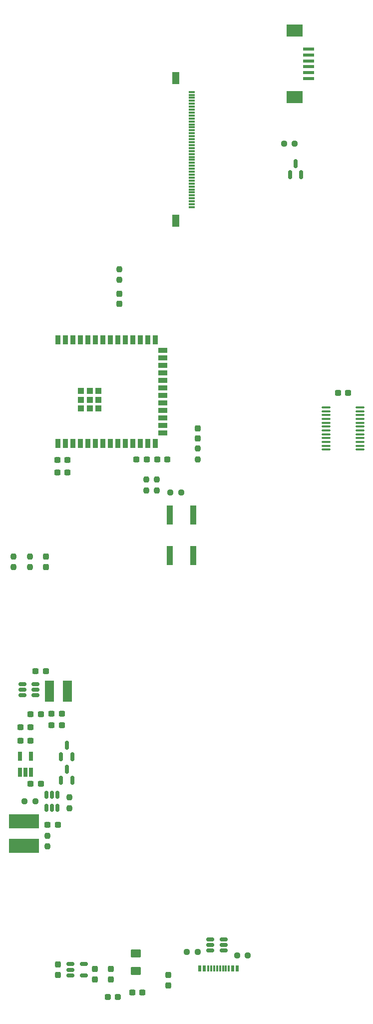
<source format=gtp>
G04 #@! TF.GenerationSoftware,KiCad,Pcbnew,7.0.1*
G04 #@! TF.CreationDate,2023-03-17T22:44:53-07:00*
G04 #@! TF.ProjectId,TI-83x,54492d38-3378-42e6-9b69-6361645f7063,A*
G04 #@! TF.SameCoordinates,Original*
G04 #@! TF.FileFunction,Paste,Top*
G04 #@! TF.FilePolarity,Positive*
%FSLAX46Y46*%
G04 Gerber Fmt 4.6, Leading zero omitted, Abs format (unit mm)*
G04 Created by KiCad (PCBNEW 7.0.1) date 2023-03-17 22:44:53*
%MOMM*%
%LPD*%
G01*
G04 APERTURE LIST*
G04 Aperture macros list*
%AMRoundRect*
0 Rectangle with rounded corners*
0 $1 Rounding radius*
0 $2 $3 $4 $5 $6 $7 $8 $9 X,Y pos of 4 corners*
0 Add a 4 corners polygon primitive as box body*
4,1,4,$2,$3,$4,$5,$6,$7,$8,$9,$2,$3,0*
0 Add four circle primitives for the rounded corners*
1,1,$1+$1,$2,$3*
1,1,$1+$1,$4,$5*
1,1,$1+$1,$6,$7*
1,1,$1+$1,$8,$9*
0 Add four rect primitives between the rounded corners*
20,1,$1+$1,$2,$3,$4,$5,0*
20,1,$1+$1,$4,$5,$6,$7,0*
20,1,$1+$1,$6,$7,$8,$9,0*
20,1,$1+$1,$8,$9,$2,$3,0*%
G04 Aperture macros list end*
%ADD10R,1.000000X1.000000*%
%ADD11R,0.900000X1.500000*%
%ADD12R,1.500000X0.900000*%
%ADD13R,0.300000X1.100000*%
%ADD14R,0.600000X1.100000*%
%ADD15RoundRect,0.237500X-0.300000X-0.237500X0.300000X-0.237500X0.300000X0.237500X-0.300000X0.237500X0*%
%ADD16RoundRect,0.237500X0.250000X0.237500X-0.250000X0.237500X-0.250000X-0.237500X0.250000X-0.237500X0*%
%ADD17RoundRect,0.237500X0.237500X-0.250000X0.237500X0.250000X-0.237500X0.250000X-0.237500X-0.250000X0*%
%ADD18RoundRect,0.237500X0.300000X0.237500X-0.300000X0.237500X-0.300000X-0.237500X0.300000X-0.237500X0*%
%ADD19RoundRect,0.150000X-0.150000X0.512500X-0.150000X-0.512500X0.150000X-0.512500X0.150000X0.512500X0*%
%ADD20R,1.300000X2.000000*%
%ADD21R,1.000000X0.300000*%
%ADD22RoundRect,0.150000X0.150000X-0.587500X0.150000X0.587500X-0.150000X0.587500X-0.150000X-0.587500X0*%
%ADD23RoundRect,0.237500X-0.237500X0.300000X-0.237500X-0.300000X0.237500X-0.300000X0.237500X0.300000X0*%
%ADD24RoundRect,0.237500X-0.237500X0.250000X-0.237500X-0.250000X0.237500X-0.250000X0.237500X0.250000X0*%
%ADD25RoundRect,0.150000X-0.512500X-0.150000X0.512500X-0.150000X0.512500X0.150000X-0.512500X0.150000X0*%
%ADD26RoundRect,0.237500X0.237500X-0.287500X0.237500X0.287500X-0.237500X0.287500X-0.237500X-0.287500X0*%
%ADD27RoundRect,0.250001X-0.624999X0.462499X-0.624999X-0.462499X0.624999X-0.462499X0.624999X0.462499X0*%
%ADD28RoundRect,0.100000X-0.637500X-0.100000X0.637500X-0.100000X0.637500X0.100000X-0.637500X0.100000X0*%
%ADD29RoundRect,0.237500X0.237500X-0.300000X0.237500X0.300000X-0.237500X0.300000X-0.237500X-0.300000X0*%
%ADD30R,1.000000X3.200000*%
%ADD31R,2.800000X2.100000*%
%ADD32R,1.900000X0.600000*%
%ADD33R,0.650000X1.560000*%
%ADD34RoundRect,0.237500X-0.237500X0.287500X-0.237500X-0.287500X0.237500X-0.287500X0.237500X0.287500X0*%
%ADD35RoundRect,0.237500X-0.250000X-0.237500X0.250000X-0.237500X0.250000X0.237500X-0.250000X0.237500X0*%
%ADD36R,1.500000X3.600000*%
%ADD37RoundRect,0.237500X0.287500X0.237500X-0.287500X0.237500X-0.287500X-0.237500X0.287500X-0.237500X0*%
%ADD38R,5.100000X2.350000*%
G04 APERTURE END LIST*
D10*
X44897500Y-95570000D03*
X44897500Y-97070000D03*
X44897500Y-98570000D03*
X47897500Y-95570000D03*
X47897500Y-97070000D03*
X47897500Y-98570000D03*
X46397500Y-95570000D03*
X46397500Y-98570000D03*
X46397500Y-97070000D03*
D11*
X41047500Y-86960000D03*
X42317500Y-86960000D03*
X43587500Y-86960000D03*
X44857500Y-86960000D03*
X46127500Y-86960000D03*
X47397500Y-86960000D03*
X48667500Y-86960000D03*
X49937500Y-86960000D03*
X51207500Y-86960000D03*
X52477500Y-86960000D03*
X53747500Y-86960000D03*
X55017500Y-86960000D03*
X56287500Y-86960000D03*
X57557500Y-86960000D03*
D12*
X58807500Y-88725000D03*
X58807500Y-89995000D03*
X58807500Y-91265000D03*
X58807500Y-92535000D03*
X58807500Y-93805000D03*
X58807500Y-95075000D03*
X58807500Y-96345000D03*
X58807500Y-97615000D03*
X58807500Y-98885000D03*
X58807500Y-100155000D03*
X58807500Y-101425000D03*
X58807500Y-102695000D03*
D11*
X57557500Y-104460000D03*
X56287500Y-104460000D03*
X55017500Y-104460000D03*
X53747500Y-104460000D03*
X52477500Y-104460000D03*
X51207500Y-104460000D03*
X49937500Y-104460000D03*
X48667500Y-104460000D03*
X47397500Y-104460000D03*
X46127500Y-104460000D03*
X44857500Y-104460000D03*
X43587500Y-104460000D03*
X42317500Y-104460000D03*
X41047500Y-104460000D03*
D13*
X66500000Y-193250000D03*
X67500000Y-193250000D03*
X69000000Y-193250000D03*
X70000000Y-193250000D03*
D14*
X70650000Y-193250000D03*
X71450000Y-193250000D03*
D13*
X69500000Y-193250000D03*
X68500000Y-193250000D03*
X68000000Y-193250000D03*
X67000000Y-193250000D03*
D14*
X65850000Y-193250000D03*
X65050000Y-193250000D03*
D15*
X36387500Y-150250000D03*
X38112500Y-150250000D03*
D16*
X60087500Y-112750000D03*
X61912500Y-112750000D03*
D17*
X56000000Y-110587500D03*
X56000000Y-112412500D03*
D18*
X41662500Y-150200000D03*
X39937500Y-150200000D03*
D19*
X40950000Y-163862500D03*
X40000000Y-163862500D03*
X39050000Y-163862500D03*
X39050000Y-166137500D03*
X40000000Y-166137500D03*
X40950000Y-166137500D03*
D20*
X60975000Y-66800000D03*
X60975000Y-42700000D03*
D21*
X63675000Y-45000000D03*
X63675000Y-45500000D03*
X63675000Y-46000000D03*
X63675000Y-46500000D03*
X63675000Y-47000000D03*
X63675000Y-47500000D03*
X63675000Y-48000000D03*
X63675000Y-48500000D03*
X63675000Y-49000000D03*
X63675000Y-49500000D03*
X63675000Y-50000000D03*
X63675000Y-50500000D03*
X63675000Y-51000000D03*
X63675000Y-51500000D03*
X63675000Y-52000000D03*
X63675000Y-52500000D03*
X63675000Y-53000000D03*
X63675000Y-53500000D03*
X63675000Y-54000000D03*
X63675000Y-54500000D03*
X63675000Y-55000000D03*
X63675000Y-55500000D03*
X63675000Y-56000000D03*
X63675000Y-56500000D03*
X63675000Y-57000000D03*
X63675000Y-57500000D03*
X63675000Y-58000000D03*
X63675000Y-58500000D03*
X63675000Y-59000000D03*
X63675000Y-59500000D03*
X63675000Y-60000000D03*
X63675000Y-60500000D03*
X63675000Y-61000000D03*
X63675000Y-61500000D03*
X63675000Y-62000000D03*
X63675000Y-62500000D03*
X63675000Y-63000000D03*
X63675000Y-63500000D03*
X63675000Y-64000000D03*
X63675000Y-64500000D03*
D22*
X80350000Y-59000000D03*
X82250000Y-59000000D03*
X81300000Y-57125000D03*
D23*
X64750000Y-103612500D03*
X64750000Y-101887500D03*
D18*
X41000000Y-169000000D03*
X39275000Y-169000000D03*
D24*
X51400000Y-76812500D03*
X51400000Y-74987500D03*
D18*
X41662500Y-152100000D03*
X39937500Y-152100000D03*
D17*
X33500000Y-123587500D03*
X33500000Y-125412500D03*
X36250000Y-123587500D03*
X36250000Y-125412500D03*
D25*
X69137500Y-188350000D03*
X69137500Y-189300000D03*
X69137500Y-190250000D03*
X66862500Y-190250000D03*
X66862500Y-189300000D03*
X66862500Y-188350000D03*
D26*
X59700000Y-194425000D03*
X59700000Y-196175000D03*
D22*
X41550000Y-161437500D03*
X43450000Y-161437500D03*
X42500000Y-159562500D03*
D15*
X56062500Y-107200000D03*
X54337500Y-107200000D03*
D27*
X54250000Y-193737500D03*
X54250000Y-190762500D03*
D17*
X43000000Y-166162500D03*
X43000000Y-164337500D03*
D18*
X36362500Y-152500000D03*
X34637500Y-152500000D03*
D17*
X39250000Y-172662500D03*
X39250000Y-170837500D03*
D28*
X92225000Y-98361979D03*
X92225000Y-99011979D03*
X92225000Y-99661979D03*
X92225000Y-100311979D03*
X92225000Y-100961979D03*
X92225000Y-101611979D03*
X92225000Y-102261979D03*
X92225000Y-102911979D03*
X92225000Y-103561979D03*
X92225000Y-104211979D03*
X92225000Y-104861979D03*
X92225000Y-105511979D03*
X86500000Y-105511979D03*
X86500000Y-104861979D03*
X86500000Y-104211979D03*
X86500000Y-103561979D03*
X86500000Y-102911979D03*
X86500000Y-102261979D03*
X86500000Y-101611979D03*
X86500000Y-100961979D03*
X86500000Y-100311979D03*
X86500000Y-99661979D03*
X86500000Y-99011979D03*
X86500000Y-98361979D03*
D15*
X36387500Y-162000000D03*
X38112500Y-162000000D03*
X37237500Y-143000000D03*
X38962500Y-143000000D03*
D25*
X43112500Y-192550000D03*
X43112500Y-193500000D03*
X43112500Y-194450000D03*
X45387500Y-194450000D03*
X45387500Y-192550000D03*
D15*
X42662500Y-109400000D03*
X40937500Y-109400000D03*
X42662500Y-107300000D03*
X40937500Y-107300000D03*
D29*
X41000000Y-194362500D03*
X41000000Y-192637500D03*
D30*
X60000000Y-123400000D03*
X60000000Y-116600000D03*
X64000000Y-123400000D03*
X64000000Y-116600000D03*
D25*
X34962500Y-145150000D03*
X34962500Y-146100000D03*
X34962500Y-147050000D03*
X37237500Y-147050000D03*
X37237500Y-146100000D03*
X37237500Y-145150000D03*
D31*
X81150000Y-45900000D03*
X81150000Y-34600000D03*
D32*
X83500000Y-37750000D03*
X83500000Y-38750000D03*
X83500000Y-39750000D03*
X83500000Y-40750000D03*
X83500000Y-41750000D03*
X83500000Y-42750000D03*
D18*
X57837500Y-107200000D03*
X59562500Y-107200000D03*
D33*
X34550000Y-160100000D03*
X35500000Y-160100000D03*
X36450000Y-160100000D03*
X36450000Y-157400000D03*
X34550000Y-157400000D03*
D17*
X57800000Y-110587500D03*
X57800000Y-112412500D03*
D15*
X88500000Y-95936979D03*
X90225000Y-95936979D03*
D29*
X39000000Y-123637500D03*
X39000000Y-125362500D03*
D23*
X47250000Y-193387500D03*
X47250000Y-195112500D03*
D34*
X51400000Y-80875000D03*
X51400000Y-79125000D03*
D18*
X36362500Y-154750000D03*
X34637500Y-154750000D03*
D22*
X41550000Y-157437500D03*
X43450000Y-157437500D03*
X42500000Y-155562500D03*
D35*
X64712500Y-190500000D03*
X62887500Y-190500000D03*
D17*
X64750000Y-105337500D03*
X64750000Y-107162500D03*
D23*
X50005000Y-195112500D03*
X50005000Y-193387500D03*
D36*
X39575000Y-146400000D03*
X42625000Y-146400000D03*
D35*
X79337500Y-53750000D03*
X81162500Y-53750000D03*
D37*
X49445000Y-198080000D03*
X51195000Y-198080000D03*
D18*
X53637500Y-197350000D03*
X55362500Y-197350000D03*
D38*
X35250000Y-172575000D03*
X35250000Y-168425000D03*
D35*
X71387500Y-191100000D03*
X73212500Y-191100000D03*
D16*
X37162500Y-165000000D03*
X35337500Y-165000000D03*
M02*

</source>
